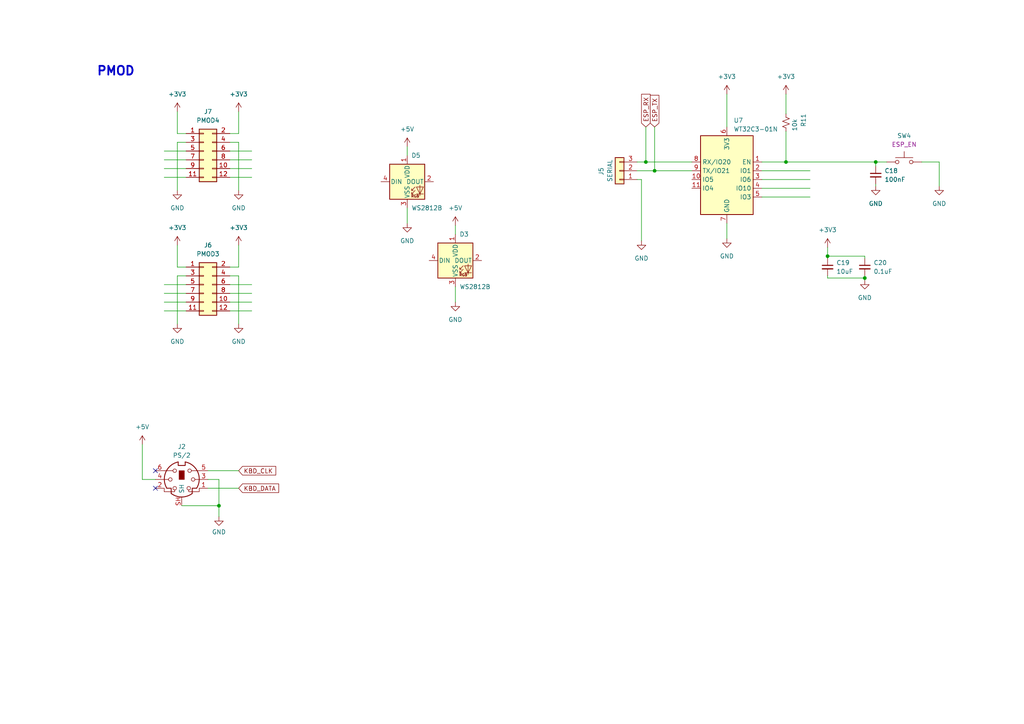
<source format=kicad_sch>
(kicad_sch (version 20230121) (generator eeschema)
  (paper "A4")
  (lib_symbols
    (symbol "Connector:Mini-DIN-6" (pin_names (offset 1.016))
      (property "Reference" "J2" (at 0.0177 9.525 0))
      (property "Value" "PS/2" (at 0.0177 6.985 0))
      (symbol "Mini-DIN-6_0_1"
        (circle (center -3.302 0) (radius 0.508))
        (arc (start -3.048 -4.064) (mid 0 -5.08) (end 3.048 -4.064) (stroke (width 0.254)))
        (circle (center -2.032 -2.54) (radius 0.508))
        (circle (center -2.032 2.54) (radius 0.508))
        (arc (start -1.016 5.08) (mid -4.6228 2.1214) (end -4.318 -2.54) (stroke (width 0.254)))
        (rectangle (start -0.762 2.54) (end 0.762 0) (fill (type outline)))
        (polyline (pts (xy -3.81 0) (xy -5.08 0)))
        (polyline (pts (xy -2.54 2.54) (xy -5.08 2.54)))
        (polyline (pts (xy 2.794 2.54) (xy 5.08 2.54)))
        (polyline (pts (xy 5.08 0) (xy 3.81 0)))
        (polyline (pts (xy -4.318 -2.54) (xy -3.048 -2.54) (xy -3.048 -4.064)) (stroke (width 0.254)))
        (polyline (pts (xy 4.318 -2.54) (xy 3.048 -2.54) (xy 3.048 -4.064)) (stroke (width 0.254)))
        (polyline (pts (xy -2.032 -3.048) (xy -2.032 -3.556) (xy -5.08 -3.556) (xy -5.08 -2.54)))
        (polyline (pts (xy -1.016 5.08) (xy -1.016 4.064) (xy 1.016 4.064) (xy 1.016 5.08)) (stroke (width 0.254)))
        (polyline (pts (xy 2.032 -3.048) (xy 2.032 -3.556) (xy 5.08 -3.556) (xy 5.08 -2.54)))
        (circle (center 2.032 -2.54) (radius 0.508))
        (circle (center 2.286 2.54) (radius 0.508))
        (circle (center 3.302 0) (radius 0.508))
        (arc (start 4.318 -2.54) (mid 4.6661 2.1322) (end 1.016 5.08) (stroke (width 0.254)))
      )
      (symbol "Mini-DIN-6_1_1"
        (pin passive line (at 7.62 -2.54 180) (length 2.54) (name "~") (number "1"))
        (pin passive line (at -7.62 -2.54 0) (length 2.54) (name "~") (number "2"))
        (pin passive line (at 7.62 0 180) (length 2.54) (name "~") (number "3"))
        (pin passive line (at -7.62 0 0) (length 2.54) (name "~") (number "4"))
        (pin passive line (at 7.62 2.54 180) (length 2.54) (name "~") (number "5"))
        (pin passive line (at -7.62 2.54 0) (length 2.54) (name "~") (number "6"))
        (pin bidirectional line (at 0 -7.62 90) (length 2.54) (name "SH") (number "SH"))
      )
    )
    (symbol "Connector_Generic:Conn_01x03" (pin_names (offset 1.016) hide)
      (property "Reference" "J" (at 0 5.08 0))
      (property "Value" "Conn_01x03" (at 0 -5.08 0))
      (symbol "Conn_01x03_1_1"
        (rectangle (start -1.27 -2.413) (end 0 -2.667) (stroke (width 0.1524)))
        (rectangle (start -1.27 0.127) (end 0 -0.127) (stroke (width 0.1524)))
        (rectangle (start -1.27 2.667) (end 0 2.413) (stroke (width 0.1524)))
        (rectangle (start -1.27 3.81) (end 1.27 -3.81) (stroke (width 0.254)) (fill (type background)))
        (pin passive line (at -5.08 2.54 0) (length 3.81) (name "Pin_1") (number "1"))
        (pin passive line (at -5.08 0 0) (length 3.81) (name "Pin_2") (number "2"))
        (pin passive line (at -5.08 -2.54 0) (length 3.81) (name "Pin_3") (number "3"))
      )
    )
    (symbol "Connector_Generic:Conn_02x06_Odd_Even" (pin_names (offset 1.016) hide)
      (property "Reference" "J" (at 1.27 7.62 0))
      (property "Value" "Conn_02x06_Odd_Even" (at 1.27 -10.16 0))
      (symbol "Conn_02x06_Odd_Even_1_1"
        (rectangle (start -1.27 -7.493) (end 0 -7.747) (stroke (width 0.1524)))
        (rectangle (start -1.27 -4.953) (end 0 -5.207) (stroke (width 0.1524)))
        (rectangle (start -1.27 -2.413) (end 0 -2.667) (stroke (width 0.1524)))
        (rectangle (start -1.27 0.127) (end 0 -0.127) (stroke (width 0.1524)))
        (rectangle (start -1.27 2.667) (end 0 2.413) (stroke (width 0.1524)))
        (rectangle (start -1.27 5.207) (end 0 4.953) (stroke (width 0.1524)))
        (rectangle (start -1.27 6.35) (end 3.81 -8.89) (stroke (width 0.254)) (fill (type background)))
        (rectangle (start 3.81 -7.493) (end 2.54 -7.747) (stroke (width 0.1524)))
        (rectangle (start 3.81 -4.953) (end 2.54 -5.207) (stroke (width 0.1524)))
        (rectangle (start 3.81 -2.413) (end 2.54 -2.667) (stroke (width 0.1524)))
        (rectangle (start 3.81 0.127) (end 2.54 -0.127) (stroke (width 0.1524)))
        (rectangle (start 3.81 2.667) (end 2.54 2.413) (stroke (width 0.1524)))
        (rectangle (start 3.81 5.207) (end 2.54 4.953) (stroke (width 0.1524)))
        (pin passive line (at -5.08 5.08 0) (length 3.81) (name "Pin_1") (number "1"))
        (pin passive line (at 7.62 -5.08 180) (length 3.81) (name "Pin_10") (number "10"))
        (pin passive line (at -5.08 -7.62 0) (length 3.81) (name "Pin_11") (number "11"))
        (pin passive line (at 7.62 -7.62 180) (length 3.81) (name "Pin_12") (number "12"))
        (pin passive line (at 7.62 5.08 180) (length 3.81) (name "Pin_2") (number "2"))
        (pin passive line (at -5.08 2.54 0) (length 3.81) (name "Pin_3") (number "3"))
        (pin passive line (at 7.62 2.54 180) (length 3.81) (name "Pin_4") (number "4"))
        (pin passive line (at -5.08 0 0) (length 3.81) (name "Pin_5") (number "5"))
        (pin passive line (at 7.62 0 180) (length 3.81) (name "Pin_6") (number "6"))
        (pin passive line (at -5.08 -2.54 0) (length 3.81) (name "Pin_7") (number "7"))
        (pin passive line (at 7.62 -2.54 180) (length 3.81) (name "Pin_8") (number "8"))
        (pin passive line (at -5.08 -5.08 0) (length 3.81) (name "Pin_9") (number "9"))
      )
    )
    (symbol "Device:C_Small" (pin_numbers hide) (pin_names (offset 0.254) hide)
      (property "Reference" "C" (at 0.254 1.778 0))
      (property "Value" "C_Small" (at 0.254 -2.032 0))
      (symbol "C_Small_0_1"
        (polyline (pts (xy -1.524 -0.508) (xy 1.524 -0.508)) (stroke (width 0.3302)))
        (polyline (pts (xy -1.524 0.508) (xy 1.524 0.508)) (stroke (width 0.3048)))
      )
      (symbol "C_Small_1_1"
        (pin passive line (at 0 2.54 270) (length 2.032) (name "~") (number "1"))
        (pin passive line (at 0 -2.54 90) (length 2.032) (name "~") (number "2"))
      )
    )
    (symbol "Device:R_Small_US" (pin_numbers hide) (pin_names (offset 0.254) hide)
      (property "Reference" "R" (at 0.762 0.508 0))
      (property "Value" "R_Small_US" (at 0.762 -1.016 0))
      (symbol "R_Small_US_1_1"
        (polyline (pts (xy 0 0) (xy 1.016 -0.381) (xy 0 -0.762) (xy -1.016 -1.143) (xy 0 -1.524)))
        (polyline (pts (xy 0 1.524) (xy 1.016 1.143) (xy 0 0.762) (xy -1.016 0.381) (xy 0 0)))
        (pin passive line (at 0 2.54 270) (length 1.016) (name "~") (number "1"))
        (pin passive line (at 0 -2.54 90) (length 1.016) (name "~") (number "2"))
      )
    )
    (symbol "LED:WS2812B" (pin_names (offset 0.254))
      (property "Reference" "D" (at 5.08 5.715 0))
      (property "Value" "WS2812B" (at 1.27 -5.715 0))
      (symbol "WS2812B_0_0"
        (text "RGB" (at 2.286 -4.191 0) (effects (font (size 0.762 0.762))))
      )
      (symbol "WS2812B_0_1"
        (polyline (pts (xy 1.27 -3.556) (xy 1.778 -3.556)))
        (polyline (pts (xy 1.27 -2.54) (xy 1.778 -2.54)))
        (polyline (pts (xy 4.699 -3.556) (xy 2.667 -3.556)))
        (polyline (pts (xy 2.286 -2.54) (xy 1.27 -3.556) (xy 1.27 -3.048)))
        (polyline (pts (xy 2.286 -1.524) (xy 1.27 -2.54) (xy 1.27 -2.032)))
        (polyline (pts (xy 3.683 -1.016) (xy 3.683 -3.556) (xy 3.683 -4.064)))
        (polyline (pts (xy 4.699 -1.524) (xy 2.667 -1.524) (xy 3.683 -3.556) (xy 4.699 -1.524)))
        (rectangle (start 5.08 5.08) (end -5.08 -5.08) (stroke (width 0.254)) (fill (type background)))
      )
      (symbol "WS2812B_1_1"
        (pin power_in line (at 0 7.62 270) (length 2.54) (name "VDD") (number "1"))
        (pin output line (at 7.62 0 180) (length 2.54) (name "DOUT") (number "2"))
        (pin power_in line (at 0 -7.62 90) (length 2.54) (name "VSS") (number "3"))
        (pin input line (at -7.62 0 0) (length 2.54) (name "DIN") (number "4"))
      )
    )
    (symbol "Switch:SW_Push" (pin_numbers hide) (pin_names (offset 1.016) hide)
      (property "Reference" "SW" (at 1.27 2.54 0))
      (property "Value" "SW_Push" (at 0 -1.524 0))
      (symbol "SW_Push_0_1"
        (circle (center -2.032 0) (radius 0.508))
        (polyline (pts (xy 0 1.27) (xy 0 3.048)))
        (polyline (pts (xy 2.54 1.27) (xy -2.54 1.27)))
        (circle (center 2.032 0) (radius 0.508))
        (pin passive line (at -5.08 0 0) (length 2.54) (name "1") (number "1"))
        (pin passive line (at 5.08 0 180) (length 2.54) (name "2") (number "2"))
      )
    )
    (symbol "custom6309:WT32C3-01N"
      (property "Reference" "U" (at 3.81 19.05 0))
      (property "Value" "WT32C3-01N" (at 2.54 -7.62 0))
      (symbol "WT32C3-01N_1_1"
        (rectangle (start -7.62 17.78) (end 7.62 -5.08) (stroke (width 0.254)) (fill (type background)))
        (pin input line (at 10.16 10.16 180) (length 2.54) (name "EN") (number "1"))
        (pin bidirectional line (at -10.16 5.08 0) (length 2.54) (name "IO5") (number "10"))
        (pin bidirectional line (at -10.16 2.54 0) (length 2.54) (name "IO4") (number "11"))
        (pin bidirectional line (at 10.16 7.62 180) (length 2.54) (name "IO1") (number "2"))
        (pin bidirectional line (at 10.16 5.08 180) (length 2.54) (name "IO6") (number "3"))
        (pin bidirectional line (at 10.16 2.54 180) (length 2.54) (name "IO10") (number "4"))
        (pin bidirectional line (at 10.16 0 180) (length 2.54) (name "IO3") (number "5"))
        (pin power_out line (at 0 20.32 270) (length 2.54) (name "3V3") (number "6"))
        (pin power_in line (at 0 -7.62 90) (length 2.54) (name "GND") (number "7"))
        (pin bidirectional line (at -10.16 10.16 0) (length 2.54) (name "RX/IO20") (number "8"))
        (pin bidirectional line (at -10.16 7.62 0) (length 2.54) (name "TX/IO21") (number "9"))
      )
    )
    (symbol "power:+3V3" (power) (pin_names (offset 0))
      (property "Value" "+3V3" (at 0 3.556 0))
      (symbol "+3V3_0_1"
        (polyline (pts (xy -0.762 1.27) (xy 0 2.54)))
        (polyline (pts (xy 0 0) (xy 0 2.54)))
        (polyline (pts (xy 0 2.54) (xy 0.762 1.27)))
      )
      (symbol "+3V3_1_1"
        (pin power_in line (at 0 0 90) (length 0) hide (name "+3V3") (number "1"))
      )
    )
    (symbol "power:+5V" (power) (pin_names (offset 0))
      (property "Value" "+5V" (at 0 3.556 0))
      (symbol "+5V_0_1"
        (polyline (pts (xy -0.762 1.27) (xy 0 2.54)))
        (polyline (pts (xy 0 0) (xy 0 2.54)))
        (polyline (pts (xy 0 2.54) (xy 0.762 1.27)))
      )
      (symbol "+5V_1_1"
        (pin power_in line (at 0 0 90) (length 0) hide (name "+5V") (number "1"))
      )
    )
    (symbol "power:GND" (power) (pin_names (offset 0))
      (property "Value" "GND" (at 0 -3.81 0))
      (symbol "GND_0_1"
        (polyline (pts (xy 0 0) (xy 0 -1.27) (xy 1.27 -1.27) (xy 0 -2.54) (xy -1.27 -1.27) (xy 0 -1.27)))
      )
      (symbol "GND_1_1"
        (pin power_in line (at 0 0 270) (length 0) hide (name "GND") (number "1"))
      )
    )
  )
  (junction (at 187.325 46.99))
  (junction (at 227.965 46.99))
  (junction (at 189.865 49.53))
  (junction (at 250.825 80.645))
  (junction (at 240.03 74.295))
  (junction (at 254 46.99))
  (junction (at 63.5 146.685))
  (no_connect (at 45.085 141.605))
  (no_connect (at 45.085 136.525))
  (wire (pts (xy 240.03 71.755) (xy 240.03 74.295)))
  (wire (pts (xy 210.82 27.305) (xy 210.82 36.83)))
  (wire (pts (xy 254 46.99) (xy 254 48.26)))
  (wire (pts (xy 66.675 51.435) (xy 73.025 51.435)))
  (wire (pts (xy 250.825 74.295) (xy 250.825 74.93)))
  (wire (pts (xy 272.415 46.99) (xy 272.415 53.975)))
  (wire (pts (xy 47.625 87.63) (xy 53.975 87.63)))
  (wire (pts (xy 240.03 80.645) (xy 250.825 80.645)))
  (wire (pts (xy 240.03 80.01) (xy 240.03 80.645)))
  (wire (pts (xy 220.98 57.15) (xy 234.95 57.15)))
  (wire (pts (xy 69.215 80.01) (xy 69.215 93.98)))
  (wire (pts (xy 187.325 36.83) (xy 187.325 46.99)))
  (wire (pts (xy 45.085 139.065) (xy 41.275 139.065)))
  (wire (pts (xy 66.675 77.47) (xy 69.215 77.47)))
  (wire (pts (xy 47.625 51.435) (xy 53.975 51.435)))
  (wire (pts (xy 53.975 77.47) (xy 51.435 77.47)))
  (wire (pts (xy 267.335 46.99) (xy 272.415 46.99)))
  (wire (pts (xy 47.625 82.55) (xy 53.975 82.55)))
  (wire (pts (xy 69.215 32.385) (xy 69.215 38.735)))
  (wire (pts (xy 51.435 80.01) (xy 51.435 93.98)))
  (wire (pts (xy 66.675 48.895) (xy 73.025 48.895)))
  (wire (pts (xy 53.975 80.01) (xy 51.435 80.01)))
  (wire (pts (xy 220.98 46.99) (xy 227.965 46.99)))
  (wire (pts (xy 254 46.99) (xy 257.175 46.99)))
  (wire (pts (xy 227.965 27.305) (xy 227.965 33.02)))
  (wire (pts (xy 220.98 49.53) (xy 234.95 49.53)))
  (wire (pts (xy 41.275 128.905) (xy 41.275 139.065)))
  (wire (pts (xy 250.825 80.01) (xy 250.825 80.645)))
  (wire (pts (xy 240.03 74.295) (xy 250.825 74.295)))
  (wire (pts (xy 53.975 38.735) (xy 51.435 38.735)))
  (wire (pts (xy 240.03 74.295) (xy 240.03 74.93)))
  (wire (pts (xy 132.08 67.945) (xy 132.08 65.405)))
  (wire (pts (xy 51.435 71.12) (xy 51.435 77.47)))
  (wire (pts (xy 184.785 46.99) (xy 187.325 46.99)))
  (wire (pts (xy 47.625 90.17) (xy 53.975 90.17)))
  (wire (pts (xy 66.675 38.735) (xy 69.215 38.735)))
  (wire (pts (xy 250.825 81.28) (xy 250.825 80.645)))
  (wire (pts (xy 60.325 136.525) (xy 69.215 136.525)))
  (wire (pts (xy 69.215 41.275) (xy 69.215 55.245)))
  (wire (pts (xy 47.625 43.815) (xy 53.975 43.815)))
  (wire (pts (xy 63.5 139.065) (xy 63.5 146.685)))
  (wire (pts (xy 66.675 82.55) (xy 73.025 82.55)))
  (wire (pts (xy 187.325 46.99) (xy 200.66 46.99)))
  (wire (pts (xy 210.82 64.77) (xy 210.82 69.215)))
  (wire (pts (xy 66.675 90.17) (xy 73.025 90.17)))
  (wire (pts (xy 66.675 87.63) (xy 73.025 87.63)))
  (wire (pts (xy 63.5 146.685) (xy 63.5 149.86)))
  (wire (pts (xy 66.675 80.01) (xy 69.215 80.01)))
  (wire (pts (xy 118.11 60.325) (xy 118.11 64.77)))
  (wire (pts (xy 66.675 46.355) (xy 73.025 46.355)))
  (wire (pts (xy 52.705 146.685) (xy 63.5 146.685)))
  (wire (pts (xy 132.08 83.185) (xy 132.08 87.63)))
  (wire (pts (xy 51.435 41.275) (xy 51.435 55.245)))
  (wire (pts (xy 47.625 46.355) (xy 53.975 46.355)))
  (wire (pts (xy 66.675 43.815) (xy 73.025 43.815)))
  (wire (pts (xy 220.98 52.07) (xy 234.95 52.07)))
  (wire (pts (xy 220.98 54.61) (xy 234.95 54.61)))
  (wire (pts (xy 51.435 32.385) (xy 51.435 38.735)))
  (wire (pts (xy 227.965 46.99) (xy 254 46.99)))
  (wire (pts (xy 186.055 52.07) (xy 186.055 69.85)))
  (wire (pts (xy 189.865 49.53) (xy 200.66 49.53)))
  (wire (pts (xy 60.325 139.065) (xy 63.5 139.065)))
  (wire (pts (xy 66.675 41.275) (xy 69.215 41.275)))
  (wire (pts (xy 69.215 71.12) (xy 69.215 77.47)))
  (wire (pts (xy 66.675 85.09) (xy 73.025 85.09)))
  (wire (pts (xy 60.325 141.605) (xy 69.215 141.605)))
  (wire (pts (xy 53.975 41.275) (xy 51.435 41.275)))
  (wire (pts (xy 184.785 49.53) (xy 189.865 49.53)))
  (wire (pts (xy 47.625 48.895) (xy 53.975 48.895)))
  (wire (pts (xy 118.11 45.085) (xy 118.11 42.545)))
  (wire (pts (xy 184.785 52.07) (xy 186.055 52.07)))
  (wire (pts (xy 254 53.34) (xy 254 53.975)))
  (wire (pts (xy 189.865 36.83) (xy 189.865 49.53)))
  (wire (pts (xy 227.965 38.1) (xy 227.965 46.99)))
  (wire (pts (xy 47.625 85.09) (xy 53.975 85.09)))
  (text "PMOD" (at 27.94 22.225 0) (effects (font (size 2.54 2.54) (thickness 0.508) bold) (justify left bottom)))
  (global_label "ESP_RX" (shape input) (at 187.325 36.83 90) (property "Intersheetrefs" "${INTERSHEET_REFS}" (effects hide)))
  (global_label "KBD_DATA" (shape input) (at 69.215 141.605 0) (property "Intersheetrefs" "${INTERSHEET_REFS}" (effects hide)))
  (global_label "ESP_TX" (shape input) (at 189.865 36.83 90) (property "Intersheetrefs" "${INTERSHEET_REFS}" (effects hide)))
  (global_label "KBD_CLK" (shape input) (at 69.215 136.525 0) (property "Intersheetrefs" "${INTERSHEET_REFS}" (effects hide)))
  (symbol (lib_id "power:GND") (at 186.055 69.85 0) (unit 1)
    (property "Reference" "#PWR024" (effects hide))
    (property "Value" "GND" (at 186.055 74.93 0))
    (instances (project "Tang Primer 20k HD6309 Board" (path "" (reference "#PWR024") (unit 1)) (path "" (reference "#PWR021") (unit 1))))
  )
  (symbol (lib_id "power:GND") (at 51.435 93.98 0) (unit 1)
    (property "Reference" "#PWR0132" (effects hide))
    (property "Value" "GND" (at 51.435 99.06 0))
    (instances (project "Tang Primer 20k HD6309 Board" (path "" (reference "#PWR0132") (unit 1)) (path "" (reference "#PWR019") (unit 1))))
  )
  (symbol (lib_id "power:+3V3") (at 210.82 27.305 0) (unit 1)
    (property "Reference" "#PWR022" (effects hide))
    (property "Value" "+3V3" (at 210.82 22.225 0))
    (instances (project "Tang Primer 20k HD6309 Board" (path "" (reference "#PWR022") (unit 1)) (path "" (reference "#PWR024") (unit 1))))
  )
  (symbol (lib_id "Device:C_Small") (at 250.825 77.47 0) (unit 1)
    (property "Reference" "C20" (at 253.365 76.2062 0) (effects (justify left)))
    (property "Value" "0.1uF" (at 253.365 78.7462 0) (effects (justify left)))
    (property "Footprint" "Capacitor_SMD:C_0603_1608Metric_Pad1.08x0.95mm_HandSolder" (effects hide))
    (instances (project "Tang Primer 20k HD6309 Board" (path "" (reference "C20") (unit 1)) (path "" (reference "C19") (unit 1))))
  )
  (symbol (lib_id "power:GND") (at 118.11 64.77 0) (unit 1)
    (property "Reference" "#PWR020" (effects hide))
    (property "Value" "GND" (at 118.11 69.85 0))
    (instances (project "Tang Primer 20k HD6309 Board" (path "" (reference "#PWR020") (unit 1)) (path "" (reference "#PWR036") (unit 1))))
  )
  (symbol (lib_id "Switch:SW_Push") (at 262.255 46.99 0) (unit 1)
    (property "Reference" "SW4" (at 262.255 39.37 0))
    (property "Value" "PTS636SK25SMTRLFS" (effects hide))
    (property "Footprint" "Button_Switch_SMD:SW_SPST_CK_RS282G05A3" (effects hide))
    (property "Label" "ESP_EN" (at 262.255 41.91 0))
  )
  (symbol (lib_id "Device:C_Small") (at 240.03 77.47 0) (unit 1)
    (property "Reference" "C19" (at 242.57 76.2062 0) (effects (justify left)))
    (property "Value" "10uF" (at 242.57 78.7462 0) (effects (justify left)))
    (property "Footprint" "Capacitor_SMD:C_0603_1608Metric_Pad1.08x0.95mm_HandSolder" (effects hide))
    (instances (project "Tang Primer 20k HD6309 Board" (path "" (reference "C19") (unit 1)) (path "" (reference "C18") (unit 1))))
  )
  (symbol (lib_id "power:+5V") (at 41.275 128.905 0) (unit 1)
    (property "Reference" "#PWR015" (effects hide))
    (property "Value" "+5V" (at 41.275 123.825 0))
    (instances (project "Tang Primer 20k HD6309 Board" (path "" (reference "#PWR015") (unit 1)) (path "" (reference "#PWR01") (unit 1))))
  )
  (symbol (lib_id "LED:WS2812B") (at 132.08 75.565 0) (unit 1)
    (property "Reference" "D3" (at 134.62 67.945 0))
    (property "Value" "WS2812B" (at 137.795 83.185 0))
    (property "Footprint" "LED_SMD:LED_WS2812B_PLCC4_5.0x5.0mm_P3.2mm" (effects hide))
    (property "Datasheet" "https://cdn-shop.adafruit.com/datasheets/WS2812B.pdf" (effects hide))
    (instances (project "Tang Primer 20k HD6309 Board" (path "" (reference "D3") (unit 1)) (path "" (reference "D5") (unit 1))))
  )
  (symbol (lib_id "power:+3V3") (at 69.215 71.12 0) (unit 1)
    (property "Reference" "#PWR0201" (effects hide))
    (property "Value" "+3V3" (at 69.215 66.04 0))
    (instances (project "Tang Primer 20k HD6309 Board" (path "" (reference "#PWR0201") (unit 1)) (path "" (reference "#PWR033") (unit 1))))
  )
  (symbol (lib_id "Connector_Generic:Conn_02x06_Odd_Even") (at 59.055 43.815 0) (unit 1)
    (property "Reference" "J7" (at 60.325 32.385 0))
    (property "Value" "PMOD4" (at 60.325 34.925 0))
    (property "Footprint" "Connector_PinSocket_2.54mm:PinSocket_2x06_P2.54mm_Horizontal" (effects hide))
    (instances (project "Tang Primer 20k HD6309 Board" (path "" (reference "J7") (unit 1)) (path "" (reference "J6") (unit 1))))
  )
  (symbol (lib_id "power:+3V3") (at 51.435 71.12 0) (unit 1)
    (property "Reference" "#PWR0205" (effects hide))
    (property "Value" "+3V3" (at 51.435 66.04 0))
    (instances (project "Tang Primer 20k HD6309 Board" (path "" (reference "#PWR0205") (unit 1)) (path "" (reference "#PWR015") (unit 1))))
  )
  (symbol (lib_id "power:GND") (at 69.215 55.245 0) (unit 1)
    (property "Reference" "#PWR0204" (effects hide))
    (property "Value" "GND" (at 69.215 60.325 0))
    (instances (project "Tang Primer 20k HD6309 Board" (path "" (reference "#PWR0204") (unit 1)) (path "" (reference "#PWR032") (unit 1))))
  )
  (symbol (lib_id "power:GND") (at 254 53.975 0) (unit 1)
    (property "Reference" "#PWR025" (effects hide))
    (property "Value" "GND" (at 254 59.055 0))
    (instances (project "Tang Primer 20k HD6309 Board" (path "" (reference "#PWR025") (unit 1)) (path "" (reference "#PWR027") (unit 1))))
  )
  (symbol (lib_id "Connector_Generic:Conn_01x03") (at 179.705 49.53 180) (unit 1)
    (property "Reference" "J5" (at 174.371 48.514 90) (effects (justify left)))
    (property "Value" "SERIAL" (at 176.911 46.228 90) (effects (justify left)))
    (property "Footprint" "Connector_PinHeader_2.54mm:PinHeader_1x03_P2.54mm_Vertical" (effects hide))
  )
  (symbol (lib_id "power:GND") (at 272.415 53.975 0) (unit 1)
    (property "Reference" "#PWR026" (effects hide))
    (property "Value" "GND" (at 272.415 59.055 0))
    (instances (project "Tang Primer 20k HD6309 Board" (path "" (reference "#PWR026") (unit 1)) (path "" (reference "#PWR028") (unit 1))))
  )
  (symbol (lib_id "power:+5V") (at 118.11 42.545 0) (unit 1)
    (property "Reference" "#PWR019" (effects hide))
    (property "Value" "+5V" (at 118.11 37.465 0))
    (instances (project "Tang Primer 20k HD6309 Board" (path "" (reference "#PWR019") (unit 1)) (path "" (reference "#PWR035") (unit 1))))
  )
  (symbol (lib_id "Connector:Mini-DIN-6") (at 52.705 139.065 0) (unit 1)
    (property "Reference" "J2" (at 52.7227 129.54 0))
    (property "Value" "PS/2" (at 52.7227 132.08 0))
    (property "Footprint" "footprints:DS1093-01" (effects hide))
    (property "Datasheet" "http://service.powerdynamics.com/ec/Catalog17/Section%2011.pdf" (effects hide))
  )
  (symbol (lib_id "power:+3V3") (at 69.215 32.385 0) (unit 1)
    (property "Reference" "#PWR0121" (effects hide))
    (property "Value" "+3V3" (at 69.215 27.305 0))
    (instances (project "Tang Primer 20k HD6309 Board" (path "" (reference "#PWR0121") (unit 1)) (path "" (reference "#PWR031") (unit 1))))
  )
  (symbol (lib_id "power:+3V3") (at 227.965 27.305 0) (unit 1)
    (property "Reference" "#PWR021" (effects hide))
    (property "Value" "+3V3" (at 227.965 22.225 0))
    (instances (project "Tang Primer 20k HD6309 Board" (path "" (reference "#PWR021") (unit 1)) (path "" (reference "#PWR026") (unit 1))))
  )
  (symbol (lib_id "Connector_Generic:Conn_02x06_Odd_Even") (at 59.055 82.55 0) (unit 1)
    (property "Reference" "J6" (at 60.325 71.12 0))
    (property "Value" "PMOD3" (at 60.325 73.66 0))
    (property "Footprint" "Connector_PinSocket_2.54mm:PinSocket_2x06_P2.54mm_Horizontal" (effects hide))
    (instances (project "Tang Primer 20k HD6309 Board" (path "" (reference "J6") (unit 1)) (path "" (reference "J7") (unit 1))))
  )
  (symbol (lib_id "custom6309:WT32C3-01N") (at 210.82 57.15 0) (unit 1)
    (property "Reference" "U7" (at 212.7759 34.925 0) (effects (justify left)))
    (property "Value" "WT32C3-01N" (at 212.7759 37.465 0) (effects (justify left)))
    (property "Footprint" "footprints:WT32C3" (effects hide))
    (property "Datasheet" "https://templates.blakadder.com/assets/WT32C3-01N_datasheet.pdf" (effects hide))
  )
  (symbol (lib_id "power:GND") (at 63.5 149.86 0) (unit 1)
    (property "Reference" "#PWR014" (effects hide))
    (property "Value" "GND" (at 63.5 154.305 0))
    (instances (project "Tang Primer 20k HD6309 Board" (path "" (reference "#PWR014") (unit 1)) (path "" (reference "#PWR020") (unit 1))))
  )
  (symbol (lib_id "power:GND") (at 69.215 93.98 0) (unit 1)
    (property "Reference" "#PWR0133" (effects hide))
    (property "Value" "GND" (at 69.215 99.06 0))
    (instances (project "Tang Primer 20k HD6309 Board" (path "" (reference "#PWR0133") (unit 1)) (path "" (reference "#PWR034") (unit 1))))
  )
  (symbol (lib_id "power:GND") (at 51.435 55.245 0) (unit 1)
    (property "Reference" "#PWR0203" (effects hide))
    (property "Value" "GND" (at 51.435 60.325 0))
    (instances (project "Tang Primer 20k HD6309 Board" (path "" (reference "#PWR0203") (unit 1)) (path "" (reference "#PWR014") (unit 1))))
  )
  (symbol (lib_id "power:GND") (at 132.08 87.63 0) (unit 1)
    (property "Reference" "#PWR01" (effects hide))
    (property "Value" "GND" (at 132.08 92.71 0))
    (instances (project "Tang Primer 20k HD6309 Board" (path "" (reference "#PWR01") (unit 1)) (path "" (reference "#PWR038") (unit 1))))
  )
  (symbol (lib_id "power:+5V") (at 132.08 65.405 0) (unit 1)
    (property "Reference" "#PWR02" (effects hide))
    (property "Value" "+5V" (at 132.08 60.325 0))
    (instances (project "Tang Primer 20k HD6309 Board" (path "" (reference "#PWR02") (unit 1)) (path "" (reference "#PWR037") (unit 1))))
  )
  (symbol (lib_id "LED:WS2812B") (at 118.11 52.705 0) (unit 1)
    (property "Reference" "D5" (at 120.65 45.085 0))
    (property "Value" "WS2812B" (at 123.825 60.325 0))
    (property "Footprint" "LED_SMD:LED_WS2812B_PLCC4_5.0x5.0mm_P3.2mm" (effects hide))
    (property "Datasheet" "https://cdn-shop.adafruit.com/datasheets/WS2812B.pdf" (effects hide))
    (instances (project "Tang Primer 20k HD6309 Board" (path "" (reference "D5") (unit 1)) (path "" (reference "D3") (unit 1))))
  )
  (symbol (lib_id "power:+3V3") (at 240.03 71.755 0) (unit 1)
    (property "Reference" "#PWR028" (effects hide))
    (property "Value" "+3V3" (at 240.03 66.675 0))
    (instances (project "Tang Primer 20k HD6309 Board" (path "" (reference "#PWR028") (unit 1)) (path "" (reference "#PWR022") (unit 1))))
  )
  (symbol (lib_id "power:GND") (at 210.82 69.215 0) (unit 1)
    (property "Reference" "#PWR023" (effects hide))
    (property "Value" "GND" (at 210.82 74.295 0))
    (instances (project "Tang Primer 20k HD6309 Board" (path "" (reference "#PWR023") (unit 1)) (path "" (reference "#PWR025") (unit 1))))
  )
  (symbol (lib_id "Device:R_Small_US") (at 227.965 35.56 0) (unit 1)
    (property "Reference" "R11" (at 233.045 36.83 90) (effects (justify left)))
    (property "Value" "10k" (at 230.505 38.1 90) (effects (justify left)))
    (property "Footprint" "Resistor_SMD:R_0603_1608Metric_Pad0.98x0.95mm_HandSolder" (effects hide))
  )
  (symbol (lib_id "power:+3V3") (at 51.435 32.385 0) (unit 1)
    (property "Reference" "#PWR0202" (effects hide))
    (property "Value" "+3V3" (at 51.435 27.305 0))
    (instances (project "Tang Primer 20k HD6309 Board" (path "" (reference "#PWR0202") (unit 1)) (path "" (reference "#PWR02") (unit 1))))
  )
  (symbol (lib_id "power:GND") (at 250.825 81.28 0) (unit 1)
    (property "Reference" "#PWR027" (effects hide))
    (property "Value" "GND" (at 250.825 86.36 0))
    (instances (project "Tang Primer 20k HD6309 Board" (path "" (reference "#PWR027") (unit 1)) (path "" (reference "#PWR023") (unit 1))))
  )
  (symbol (lib_id "Device:C_Small") (at 254 50.8 0) (unit 1)
    (property "Reference" "C18" (at 256.54 49.5362 0) (effects (justify left)))
    (property "Value" "100nF" (at 256.54 52.0762 0) (effects (justify left)))
    (property "Footprint" "Capacitor_SMD:C_0603_1608Metric_Pad1.08x0.95mm_HandSolder" (effects hide))
    (instances (project "Tang Primer 20k HD6309 Board" (path "" (reference "C18") (unit 1)) (path "" (reference "C20") (unit 1))))
  )
)
</source>
